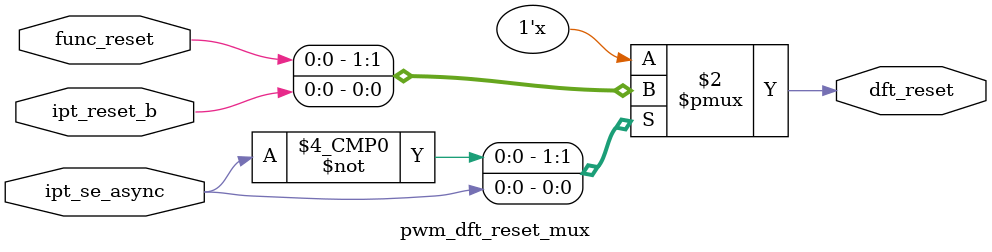
<source format=v>

module pwm_dft_reset_mux (
                           dft_reset,         // DFT Compliant Reset
                           func_reset,        // Input Functional Reset
                           ipt_se_async,      // Test async se
                           ipt_reset_b        // Test Reset
                         );

output dft_reset;         // DFT Compliant Reset
input  func_reset;        // Input Functional Reset
input  ipt_se_async;      // Test async se
input  ipt_reset_b;       // Test Reset

reg    dft_reset ;        // DFT Compliant Reset

always @ (func_reset or ipt_se_async or ipt_reset_b)
begin
        case (ipt_se_async) // synopsys infer_mux
                1'b0: dft_reset = func_reset ;
                1'b1: dft_reset = ipt_reset_b ;
        endcase
end
  
endmodule // pwm_dft_reset_mux

</source>
